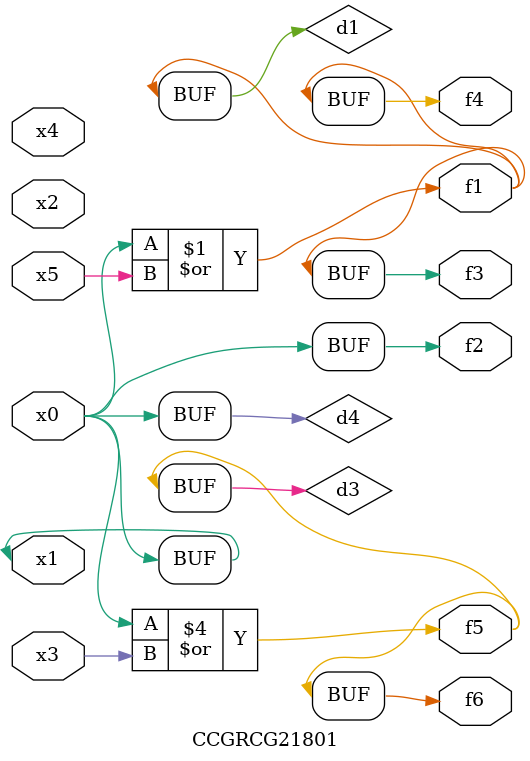
<source format=v>
module CCGRCG21801(
	input x0, x1, x2, x3, x4, x5,
	output f1, f2, f3, f4, f5, f6
);

	wire d1, d2, d3, d4;

	or (d1, x0, x5);
	xnor (d2, x1, x4);
	or (d3, x0, x3);
	buf (d4, x0, x1);
	assign f1 = d1;
	assign f2 = d4;
	assign f3 = d1;
	assign f4 = d1;
	assign f5 = d3;
	assign f6 = d3;
endmodule

</source>
